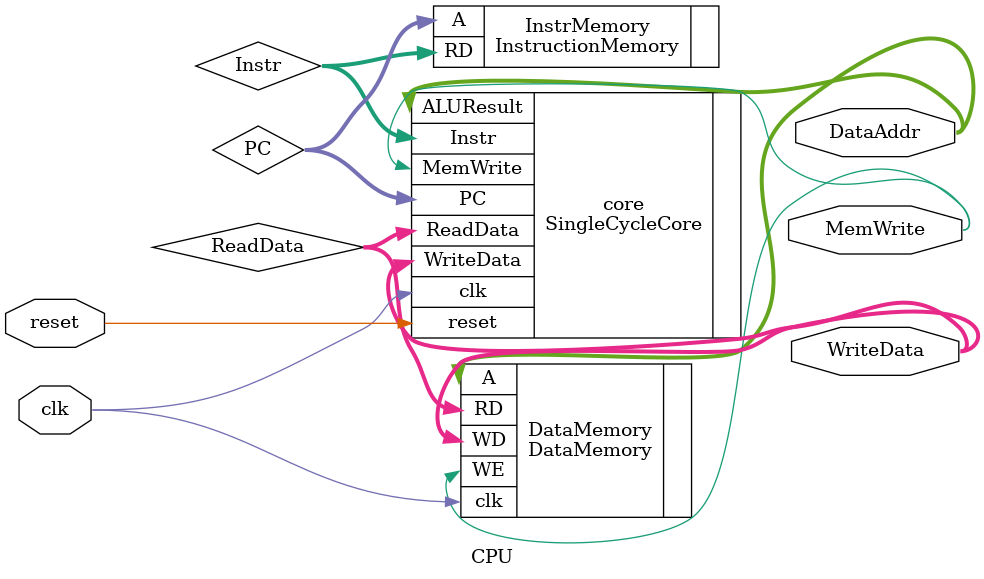
<source format=v>
module CPU(
			input 	      clk,reset,
			output [31:0] WriteData,DataAddr,
			output 	      MemWrite
		 );

   wire [31:0] 			      PC, Instr, ReadData;

   SingleCycleCore core (
			       .clk(clk),
			       .reset(reset),
			       .Instr(Instr),
			       .ReadData(ReadData),
			       .PC(PC),
			       .MemWrite(MemWrite),
			       .ALUResult(DataAddr),
			       .WriteData(WriteData) );

   InstructionMemory InstrMemory ( 
				     .A(PC),
				     .RD(Instr) );

   DataMemory DataMemory (
			    .clk(clk), 
			    .WE(MemWrite),
			    .A(DataAddr), 
			    .WD(WriteData),
			    .RD(ReadData) );

endmodule
</source>
